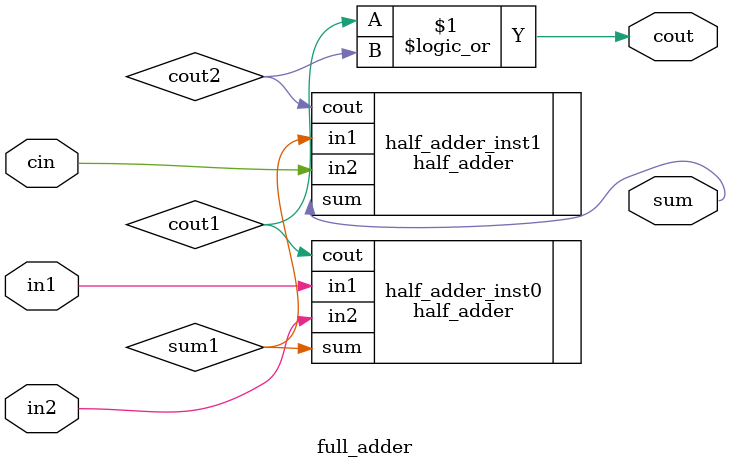
<source format=v>
module full_adder(
	input	wire	in1,
	input	wire	in2,
	input	wire	cin,
	output 	wire	cout,
	output  wire	sum
);

wire 		cout1;
wire		cout2;
wire		sum1;

assign cout = cout1||cout2;

half_adder half_adder_inst0
(
	.in1	(in1),
	.in2	(in2),
	.sum	(sum1),
	.cout	(cout1)
);

half_adder half_adder_inst1
(
	.in1	(sum1),
	.in2	(cin),
	.sum	(sum),
	.cout	(cout2)
);

endmodule
/*
if in1,in2,cin both 0, the sum and cout is 0
if in1,in2,cin summation is 1, the sum is 1 and the cout is 0
if in1,in2,cin summation is 2, the sum is 0 and the cout is 1
if in1,in2,cin summation is 3, the sum is 1 and the cout is 1
*/
</source>
